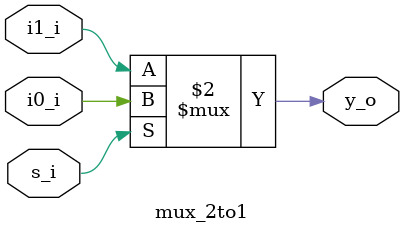
<source format=v>
`timescale 1ns / 1ps


//Verilog 2:1 Multiplexer
module mux_2to1(i1_i, i0_i, s_i, y_o);
	input i1_i, i0_i;
    input s_i;
	output y_o;

	assign y_o = (s_i == 1'b0)? i1_i:
		   i0_i;

endmodule
</source>
